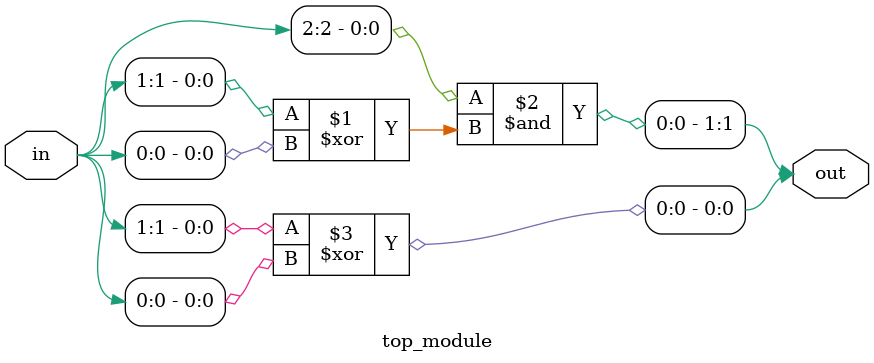
<source format=sv>
module top_module (
    input [2:0] in,
    output [1:0] out
);
    // Combinational logic to calculate the sum
    assign out[1] = in[2] & (in[1] ^ in[0]);
    assign out[0] = in[1] ^ in[0];

endmodule

</source>
